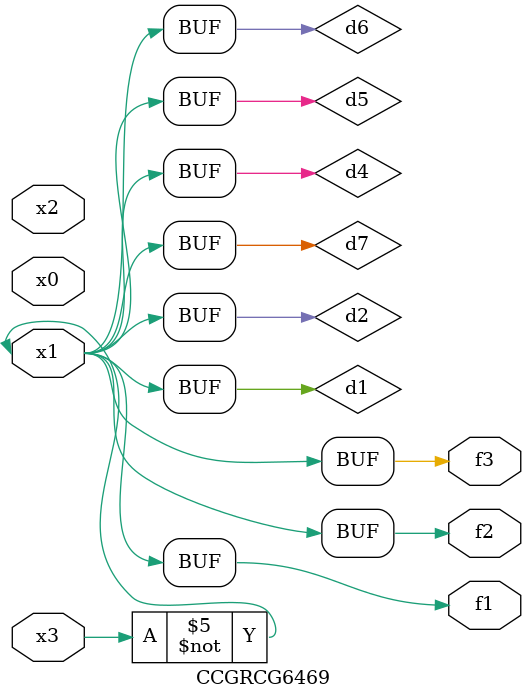
<source format=v>
module CCGRCG6469(
	input x0, x1, x2, x3,
	output f1, f2, f3
);

	wire d1, d2, d3, d4, d5, d6, d7;

	not (d1, x3);
	buf (d2, x1);
	xnor (d3, d1, d2);
	nor (d4, d1);
	buf (d5, d1, d2);
	buf (d6, d4, d5);
	nand (d7, d4);
	assign f1 = d6;
	assign f2 = d7;
	assign f3 = d6;
endmodule

</source>
